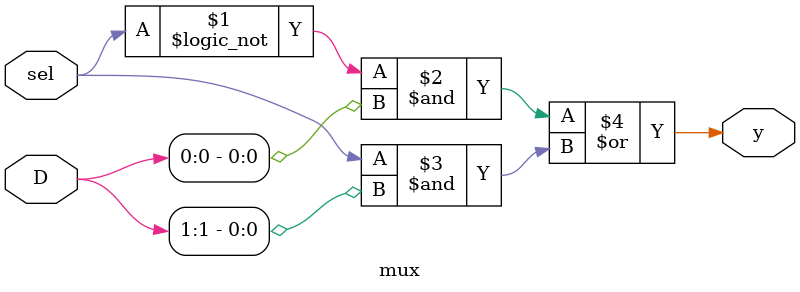
<source format=v>
module mux(D, sel, y);
input [1:0] D; 
input sel;
output y;

assign y = (!sel & D[0]) | (sel & D[1]);

endmodule
</source>
